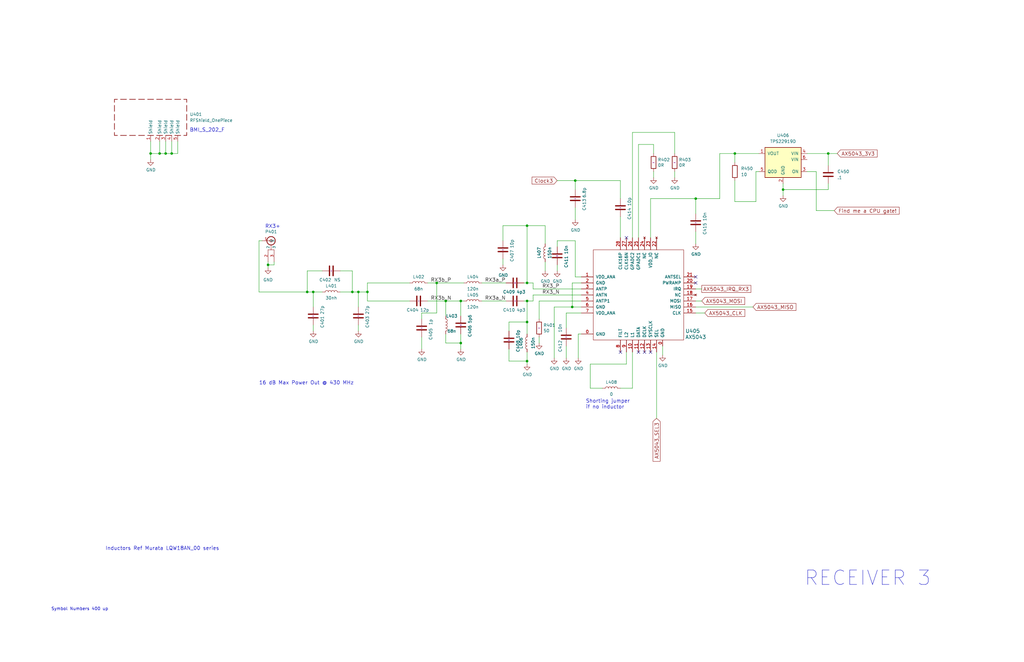
<source format=kicad_sch>
(kicad_sch (version 20230121) (generator eeschema)
  (paper "USLedger")
  (title_block (title "Radiation Tolerant PacSat Communication") (date "2023-06-17") (rev "A") (company "AMSAT-NA") (comment 1 "N5BRG"))
  (lib_symbols
    (symbol "Device:C" (pin_numbers hide) (pin_names (offset 0.254))
      (property "Reference" "C" (at 0.635 2.54 0))
      (property "Value" "C" (at 0.635 -2.54 0))
      (symbol "C_0_1"
        (polyline (pts (xy -2.032 -0.762) (xy 2.032 -0.762)) (stroke (width 0.508)))
        (polyline (pts (xy -2.032 0.762) (xy 2.032 0.762)) (stroke (width 0.508)))
      )
      (symbol "C_1_1"
        (pin passive line (at 0 3.81 270) (length 2.794) (name "~") (number "1"))
        (pin passive line (at 0 -3.81 90) (length 2.794) (name "~") (number "2"))
      )
    )
    (symbol "Device:L" (pin_numbers hide) (pin_names (offset 1.016) hide)
      (property "Reference" "L" (at -1.27 0 90))
      (property "Value" "L" (at 1.905 0 90))
      (symbol "L_0_1"
        (arc (start 0 -2.54) (mid 0.6323 -1.905) (end 0 -1.27))
        (arc (start 0 -1.27) (mid 0.6323 -0.635) (end 0 0))
        (arc (start 0 0) (mid 0.6323 0.635) (end 0 1.27))
        (arc (start 0 1.27) (mid 0.6323 1.905) (end 0 2.54))
      )
      (symbol "L_1_1"
        (pin passive line (at 0 3.81 270) (length 1.27) (name "1") (number "1"))
        (pin passive line (at 0 -3.81 90) (length 1.27) (name "2") (number "2"))
      )
    )
    (symbol "Device:R" (pin_numbers hide) (pin_names (offset 0))
      (property "Reference" "R" (at 2.032 0 90))
      (property "Value" "R" (at 0 0 90))
      (symbol "R_0_1"
        (rectangle (start -1.016 -2.54) (end 1.016 2.54) (stroke (width 0.254)))
      )
      (symbol "R_1_1"
        (pin passive line (at 0 3.81 270) (length 1.27) (name "~") (number "1"))
        (pin passive line (at 0 -3.81 90) (length 1.27) (name "~") (number "2"))
      )
    )
    (symbol "PACSAT_DEV_misc:AX5043" (pin_names (offset 1.016))
      (property "Reference" "U156" (at 16.51 -21.59 0))
      (property "Value" "AX5043" (at -5.08 0 0))
      (symbol "AX5043_0_1"
        (rectangle (start -19.05 19.05) (end 19.05 -19.05))
      )
      (symbol "AX5043_1_1"
        (pin passive line (at -24.13 -16.51 0) (length 5.08) (name "GND") (number "0"))
        (pin power_in line (at 10.16 -21.59 90) (length 2.54) (name "GND") (number "0"))
        (pin passive line (at -24.13 7.62 0) (length 5.08) (name "VDD_ANA") (number "1"))
        (pin passive line (at -2.54 -24.13 90) (length 5.08) (name "L1") (number "10"))
        (pin input line (at 0 -24.13 90) (length 5.08) (name "DATA") (number "11"))
        (pin input line (at 2.54 -24.13 90) (length 5.08) (name "DCLK") (number "12"))
        (pin output line (at 5.08 -24.13 90) (length 5.08) (name "SYSCLK") (number "13"))
        (pin input line (at 7.62 -24.13 90) (length 5.08) (name "SEL") (number "14"))
        (pin input line (at 24.13 -7.62 180) (length 5.08) (name "CLK") (number "15"))
        (pin tri_state line (at 24.13 -5.08 180) (length 5.08) (name "MISO") (number "16"))
        (pin input line (at 24.13 -2.54 180) (length 5.08) (name "MOSI") (number "17"))
        (pin no_connect line (at 24.13 0 180) (length 5.08) (name "NC") (number "18"))
        (pin output line (at 24.13 2.54 180) (length 5.08) (name "IRQ") (number "19"))
        (pin input line (at -24.13 5.08 0) (length 5.08) (name "GND") (number "2"))
        (pin output line (at 24.13 5.08 180) (length 5.08) (name "PWRAMP") (number "20"))
        (pin output line (at 24.13 7.62 180) (length 5.08) (name "ANTSEL") (number "21"))
        (pin no_connect line (at 7.62 24.13 270) (length 5.08) (name "NC") (number "22"))
        (pin passive line (at 5.08 24.13 270) (length 5.08) (name "VDD_IO") (number "23"))
        (pin no_connect line (at 2.54 24.13 270) (length 5.08) (name "NC") (number "24"))
        (pin input line (at 0 24.13 270) (length 5.08) (name "GPADC1") (number "25"))
        (pin input line (at -2.54 24.13 270) (length 5.08) (name "GPADC2") (number "26"))
        (pin passive line (at -5.08 24.13 270) (length 5.08) (name "CLK16N") (number "27"))
        (pin passive line (at -7.62 24.13 270) (length 5.08) (name "CLK16P") (number "28"))
        (pin bidirectional line (at -24.13 2.54 0) (length 5.08) (name "ANTP") (number "3"))
        (pin bidirectional line (at -24.13 0 0) (length 5.08) (name "ANTN") (number "4"))
        (pin output line (at -24.13 -2.54 0) (length 5.08) (name "ANTP1") (number "5"))
        (pin input line (at -24.13 -5.08 0) (length 5.08) (name "GND") (number "6"))
        (pin passive line (at -24.13 -7.62 0) (length 5.08) (name "VDD_ANA") (number "7"))
        (pin passive line (at -7.62 -24.13 90) (length 5.08) (name "FILT") (number "8"))
        (pin passive line (at -5.08 -24.13 90) (length 5.08) (name "L2") (number "9"))
      )
    )
    (symbol "PACSAT_DEV_misc:RF_SHIELD_BOX"
      (property "Reference" "U" (at -15.24 8.89 0))
      (symbol "RF_SHIELD_BOX_0_1"
        (polyline (pts (xy -16.51 -5.08) (xy -16.51 -2.54)) (stroke (width 0.254)))
        (polyline (pts (xy -16.51 -1.27) (xy -16.51 1.27)) (stroke (width 0.254)))
        (polyline (pts (xy -16.51 2.54) (xy -16.51 5.08)) (stroke (width 0.254)))
        (polyline (pts (xy -13.97 7.62) (xy -11.43 7.62)) (stroke (width 0.254)))
        (polyline (pts (xy -11.43 -7.62) (xy -13.97 -7.62)) (stroke (width 0.254)))
        (polyline (pts (xy -7.62 -7.62) (xy -10.16 -7.62)) (stroke (width 0.254)))
        (polyline (pts (xy -7.62 7.62) (xy -10.16 7.62)) (stroke (width 0.254)))
        (polyline (pts (xy -3.81 -7.62) (xy -6.35 -7.62)) (stroke (width 0.254)))
        (polyline (pts (xy -3.81 7.62) (xy -6.35 7.62)) (stroke (width 0.254)))
        (polyline (pts (xy -2.54 -7.62) (xy 0 -7.62)) (stroke (width 0.254)))
        (polyline (pts (xy 0 7.62) (xy -2.54 7.62)) (stroke (width 0.254)))
        (polyline (pts (xy 1.27 -7.62) (xy 3.81 -7.62)) (stroke (width 0.254)))
        (polyline (pts (xy 3.81 7.62) (xy 1.27 7.62)) (stroke (width 0.254)))
        (polyline (pts (xy 5.08 -7.62) (xy 7.62 -7.62)) (stroke (width 0.254)))
        (polyline (pts (xy 7.62 7.62) (xy 5.08 7.62)) (stroke (width 0.254)))
        (polyline (pts (xy 8.89 -7.62) (xy 11.43 -7.62)) (stroke (width 0.254)))
        (polyline (pts (xy 11.43 7.62) (xy 8.89 7.62)) (stroke (width 0.254)))
        (polyline (pts (xy 13.97 -5.08) (xy 13.97 -2.54)) (stroke (width 0.254)))
        (polyline (pts (xy 13.97 -1.27) (xy 13.97 1.27)) (stroke (width 0.254)))
        (polyline (pts (xy 13.97 2.54) (xy 13.97 5.08)) (stroke (width 0.254)))
        (polyline (pts (xy -16.51 6.35) (xy -16.51 7.62) (xy -15.24 7.62)) (stroke (width 0.254)))
        (polyline (pts (xy -15.24 -7.62) (xy -16.51 -7.62) (xy -16.51 -6.35)) (stroke (width 0.254)))
        (polyline (pts (xy 12.7 -7.62) (xy 13.97 -7.62) (xy 13.97 -6.35)) (stroke (width 0.254)))
        (polyline (pts (xy 13.97 6.35) (xy 13.97 7.62) (xy 12.7 7.62)) (stroke (width 0.254)))
      )
      (symbol "RF_SHIELD_BOX_1_1"
        (pin power_in line (at -1.27 -10.16 90) (length 2.54) (name "Shield") (number "1"))
        (pin power_in line (at 2.54 -10.16 90) (length 2.54) (name "Shield") (number "2"))
        (pin power_in line (at 5.08 -10.16 90) (length 2.54) (name "Shield") (number "3"))
        (pin power_in line (at 7.62 -10.16 90) (length 2.54) (name "Shield") (number "4"))
        (pin power_in line (at 10.16 -10.16 90) (length 2.54) (name "Shield") (number "5"))
      )
    )
    (symbol "PACSAT_DEV_misc:U_FL"
      (property "Reference" "U" (at -3.81 2.54 0))
      (symbol "U_FL_0_1"
        (polyline (pts (xy -1.27 -3.81) (xy 1.27 -3.81)))
        (polyline (pts (xy 0 -3.81) (xy 0 -1.778)))
        (circle (center 0 0) (radius 0.508) (stroke (width 0.2032)))
        (circle (center 0 0) (radius 1.778) (stroke (width 0.3048)))
      )
      (symbol "U_FL_1_1"
        (pin bidirectional line (at -3.81 0 0) (length 3.302) (name "In") (number "1"))
        (pin power_in line (at -1.27 -8.89 90) (length 5.08) (name "2") (number "2"))
        (pin power_in line (at 1.27 -8.89 90) (length 5.08) (name "3") (number "3"))
      )
    )
    (symbol "Power_Management:TPS22929D" (pin_names (offset 1.016))
      (property "Reference" "U96" (at 0 12.7 0))
      (property "Value" "TPS22919D" (at 0 10.16 0))
      (symbol "TPS22929D_0_1"
        (rectangle (start -7.62 7.62) (end 7.62 -5.08) (stroke (width 0.254)) (fill (type background)))
      )
      (symbol "TPS22929D_1_1"
        (pin power_out line (at 10.16 5.08 180) (length 2.54) (name "VOUT") (number "1"))
        (pin power_in line (at 0 -7.62 90) (length 2.54) (name "GND") (number "2"))
        (pin input line (at -10.16 -2.54 0) (length 2.54) (name "ON") (number "3"))
        (pin power_in line (at -10.16 5.08 0) (length 2.54) (name "VIN") (number "4"))
        (pin power_in line (at 10.16 -2.54 180) (length 2.54) (name "QOD") (number "5"))
        (pin power_in line (at -10.16 2.54 0) (length 2.54) (name "VIN") (number "6"))
      )
    )
    (symbol "power:GND" (power) (pin_names (offset 0))
      (property "Value" "GND" (at 0 -3.81 0))
      (symbol "GND_0_1"
        (polyline (pts (xy 0 0) (xy 0 -1.27) (xy 1.27 -1.27) (xy 0 -2.54) (xy -1.27 -1.27) (xy 0 -1.27)))
      )
      (symbol "GND_1_1"
        (pin power_in line (at 0 0 270) (length 0) hide (name "GND") (number "1"))
      )
    )
  )
  (junction (at 194.31 144.78))
  (junction (at 222.25 135.89))
  (junction (at 151.13 123.19))
  (junction (at 330.2 80.01))
  (junction (at 154.94 123.19))
  (junction (at 63.5 64.77))
  (junction (at 222.25 127))
  (junction (at 194.31 127))
  (junction (at 187.96 127))
  (junction (at 148.59 123.19))
  (junction (at 69.85 64.77))
  (junction (at 241.3 129.54))
  (junction (at 242.57 76.2))
  (junction (at 72.39 64.77))
  (junction (at 67.31 64.77))
  (junction (at 222.25 95.25))
  (junction (at 184.15 119.38))
  (junction (at 222.25 152.4))
  (junction (at 309.88 64.77))
  (junction (at 349.25 64.77))
  (junction (at 222.25 119.38))
  (junction (at 132.08 123.19))
  (junction (at 113.03 111.76))
  (junction (at 129.54 123.19))
  (junction (at 293.37 83.82))
  (no_connect (at 271.78 148.59))
  (no_connect (at 261.62 148.59))
  (no_connect (at 264.16 100.33))
  (no_connect (at 293.37 116.84))
  (no_connect (at 274.32 148.59))
  (no_connect (at 269.24 148.59))
  (no_connect (at 293.37 119.38))
  (wire (pts (xy 242.57 116.84) (xy 242.57 101.6)))
  (wire (pts (xy 349.25 64.77) (xy 349.25 69.85)))
  (wire (pts (xy 194.31 127) (xy 195.58 127)))
  (wire (pts (xy 154.94 119.38) (xy 172.72 119.38)))
  (wire (pts (xy 269.24 60.96) (xy 275.59 60.96)))
  (wire (pts (xy 148.59 123.19) (xy 151.13 123.19)))
  (wire (pts (xy 242.57 87.63) (xy 242.57 92.71)))
  (wire (pts (xy 227.33 127) (xy 227.33 134.62)))
  (wire (pts (xy 330.2 80.01) (xy 330.2 82.55)))
  (wire (pts (xy 293.37 83.82) (xy 303.53 83.82)))
  (wire (pts (xy 74.93 59.69) (xy 74.93 64.77)))
  (wire (pts (xy 222.25 127) (xy 222.25 135.89)))
  (wire (pts (xy 229.87 95.25) (xy 229.87 102.87)))
  (wire (pts (xy 187.96 127) (xy 187.96 133.35)))
  (wire (pts (xy 245.11 116.84) (xy 242.57 116.84)))
  (wire (pts (xy 320.04 64.77) (xy 309.88 64.77)))
  (wire (pts (xy 194.31 127) (xy 194.31 133.35)))
  (wire (pts (xy 344.17 72.39) (xy 344.17 88.9)))
  (wire (pts (xy 184.15 119.38) (xy 195.58 119.38)))
  (wire (pts (xy 284.48 55.88) (xy 284.48 64.77)))
  (wire (pts (xy 222.25 148.59) (xy 222.25 152.4)))
  (wire (pts (xy 309.88 64.77) (xy 303.53 64.77)))
  (wire (pts (xy 151.13 123.19) (xy 154.94 123.19)))
  (wire (pts (xy 224.79 119.38) (xy 224.79 121.92)))
  (wire (pts (xy 261.62 163.83) (xy 266.7 163.83)))
  (wire (pts (xy 63.5 59.69) (xy 63.5 64.77)))
  (wire (pts (xy 330.2 80.01) (xy 349.25 80.01)))
  (wire (pts (xy 261.62 91.44) (xy 261.62 100.33)))
  (wire (pts (xy 261.62 76.2) (xy 242.57 76.2)))
  (wire (pts (xy 220.98 119.38) (xy 222.25 119.38)))
  (wire (pts (xy 184.15 132.08) (xy 177.8 132.08)))
  (wire (pts (xy 303.53 64.77) (xy 303.53 83.82)))
  (wire (pts (xy 177.8 132.08) (xy 177.8 134.62)))
  (wire (pts (xy 110.49 101.6) (xy 109.22 101.6)))
  (wire (pts (xy 340.36 72.39) (xy 344.17 72.39)))
  (wire (pts (xy 233.68 151.13) (xy 233.68 129.54)))
  (wire (pts (xy 238.76 132.08) (xy 238.76 138.43)))
  (wire (pts (xy 203.2 127) (xy 213.36 127)))
  (wire (pts (xy 234.95 111.76) (xy 234.95 114.3)))
  (wire (pts (xy 264.16 153.67) (xy 248.92 153.67)))
  (wire (pts (xy 293.37 90.17) (xy 293.37 83.82)))
  (wire (pts (xy 261.62 76.2) (xy 261.62 83.82)))
  (wire (pts (xy 344.17 88.9) (xy 351.79 88.9)))
  (wire (pts (xy 67.31 64.77) (xy 63.5 64.77)))
  (wire (pts (xy 224.79 127) (xy 224.79 124.46)))
  (wire (pts (xy 234.95 101.6) (xy 234.95 104.14)))
  (wire (pts (xy 220.98 127) (xy 222.25 127)))
  (wire (pts (xy 135.89 114.3) (xy 129.54 114.3)))
  (wire (pts (xy 184.15 119.38) (xy 184.15 132.08)))
  (wire (pts (xy 269.24 60.96) (xy 269.24 100.33)))
  (wire (pts (xy 349.25 64.77) (xy 353.06 64.77)))
  (wire (pts (xy 154.94 127) (xy 172.72 127)))
  (wire (pts (xy 309.88 85.09) (xy 318.77 85.09)))
  (wire (pts (xy 129.54 114.3) (xy 129.54 123.19)))
  (wire (pts (xy 109.22 101.6) (xy 109.22 123.19)))
  (wire (pts (xy 132.08 137.16) (xy 132.08 139.7)))
  (wire (pts (xy 212.09 101.6) (xy 212.09 95.25)))
  (wire (pts (xy 266.7 148.59) (xy 266.7 163.83)))
  (wire (pts (xy 113.03 110.49) (xy 113.03 111.76)))
  (wire (pts (xy 67.31 59.69) (xy 67.31 64.77)))
  (wire (pts (xy 243.84 140.97) (xy 243.84 151.13)))
  (wire (pts (xy 148.59 114.3) (xy 148.59 123.19)))
  (wire (pts (xy 113.03 111.76) (xy 115.57 111.76)))
  (wire (pts (xy 212.09 95.25) (xy 222.25 95.25)))
  (wire (pts (xy 248.92 153.67) (xy 248.92 163.83)))
  (wire (pts (xy 279.4 146.05) (xy 279.4 149.86)))
  (wire (pts (xy 187.96 144.78) (xy 194.31 144.78)))
  (wire (pts (xy 242.57 101.6) (xy 234.95 101.6)))
  (wire (pts (xy 227.33 142.24) (xy 227.33 144.78)))
  (wire (pts (xy 177.8 142.24) (xy 177.8 147.32)))
  (wire (pts (xy 274.32 83.82) (xy 293.37 83.82)))
  (wire (pts (xy 69.85 64.77) (xy 72.39 64.77)))
  (wire (pts (xy 109.22 123.19) (xy 129.54 123.19)))
  (wire (pts (xy 113.03 111.76) (xy 113.03 113.03)))
  (wire (pts (xy 284.48 72.39) (xy 284.48 74.93)))
  (wire (pts (xy 115.57 110.49) (xy 115.57 111.76)))
  (wire (pts (xy 293.37 121.92) (xy 295.91 121.92)))
  (wire (pts (xy 132.08 123.19) (xy 135.89 123.19)))
  (wire (pts (xy 227.33 127) (xy 245.11 127)))
  (wire (pts (xy 214.63 135.89) (xy 222.25 135.89)))
  (wire (pts (xy 151.13 137.16) (xy 151.13 139.7)))
  (wire (pts (xy 293.37 127) (xy 295.91 127)))
  (wire (pts (xy 222.25 152.4) (xy 222.25 153.67)))
  (wire (pts (xy 245.11 119.38) (xy 241.3 119.38)))
  (wire (pts (xy 222.25 135.89) (xy 222.25 140.97)))
  (wire (pts (xy 276.86 148.59) (xy 276.86 176.53)))
  (wire (pts (xy 275.59 72.39) (xy 275.59 74.93)))
  (wire (pts (xy 238.76 146.05) (xy 238.76 151.13)))
  (wire (pts (xy 132.08 129.54) (xy 132.08 123.19)))
  (wire (pts (xy 242.57 76.2) (xy 242.57 80.01)))
  (wire (pts (xy 67.31 64.77) (xy 69.85 64.77)))
  (wire (pts (xy 293.37 97.79) (xy 293.37 102.87)))
  (wire (pts (xy 266.7 55.88) (xy 284.48 55.88)))
  (wire (pts (xy 72.39 59.69) (xy 72.39 64.77)))
  (wire (pts (xy 340.36 64.77) (xy 349.25 64.77)))
  (wire (pts (xy 143.51 123.19) (xy 148.59 123.19)))
  (wire (pts (xy 274.32 100.33) (xy 274.32 83.82)))
  (wire (pts (xy 214.63 147.32) (xy 214.63 152.4)))
  (wire (pts (xy 233.68 129.54) (xy 241.3 129.54)))
  (wire (pts (xy 194.31 140.97) (xy 194.31 144.78)))
  (wire (pts (xy 129.54 123.19) (xy 132.08 123.19)))
  (wire (pts (xy 151.13 129.54) (xy 151.13 123.19)))
  (wire (pts (xy 224.79 121.92) (xy 245.11 121.92)))
  (wire (pts (xy 214.63 139.7) (xy 214.63 135.89)))
  (wire (pts (xy 309.88 64.77) (xy 309.88 68.58)))
  (wire (pts (xy 187.96 140.97) (xy 187.96 144.78)))
  (wire (pts (xy 224.79 124.46) (xy 245.11 124.46)))
  (wire (pts (xy 234.95 76.2) (xy 242.57 76.2)))
  (wire (pts (xy 194.31 144.78) (xy 194.31 147.32)))
  (wire (pts (xy 203.2 119.38) (xy 213.36 119.38)))
  (wire (pts (xy 318.77 85.09) (xy 318.77 72.39)))
  (wire (pts (xy 241.3 129.54) (xy 245.11 129.54)))
  (wire (pts (xy 229.87 95.25) (xy 222.25 95.25)))
  (wire (pts (xy 248.92 163.83) (xy 254 163.83)))
  (wire (pts (xy 309.88 76.2) (xy 309.88 85.09)))
  (wire (pts (xy 330.2 77.47) (xy 330.2 80.01)))
  (wire (pts (xy 180.34 119.38) (xy 184.15 119.38)))
  (wire (pts (xy 229.87 110.49) (xy 229.87 114.3)))
  (wire (pts (xy 143.51 114.3) (xy 148.59 114.3)))
  (wire (pts (xy 318.77 72.39) (xy 320.04 72.39)))
  (wire (pts (xy 293.37 132.08) (xy 297.18 132.08)))
  (wire (pts (xy 214.63 152.4) (xy 222.25 152.4)))
  (wire (pts (xy 74.93 64.77) (xy 72.39 64.77)))
  (wire (pts (xy 293.37 129.54) (xy 317.5 129.54)))
  (wire (pts (xy 63.5 64.77) (xy 63.5 67.31)))
  (wire (pts (xy 222.25 127) (xy 224.79 127)))
  (wire (pts (xy 241.3 119.38) (xy 241.3 129.54)))
  (wire (pts (xy 212.09 109.22) (xy 212.09 111.76)))
  (wire (pts (xy 187.96 127) (xy 194.31 127)))
  (wire (pts (xy 245.11 132.08) (xy 238.76 132.08)))
  (wire (pts (xy 266.7 55.88) (xy 266.7 100.33)))
  (wire (pts (xy 222.25 95.25) (xy 222.25 119.38)))
  (wire (pts (xy 245.11 140.97) (xy 243.84 140.97)))
  (wire (pts (xy 154.94 123.19) (xy 154.94 127)))
  (wire (pts (xy 349.25 77.47) (xy 349.25 80.01)))
  (wire (pts (xy 154.94 119.38) (xy 154.94 123.19)))
  (wire (pts (xy 264.16 148.59) (xy 264.16 153.67)))
  (wire (pts (xy 180.34 127) (xy 187.96 127)))
  (wire (pts (xy 69.85 59.69) (xy 69.85 64.77)))
  (wire (pts (xy 275.59 60.96) (xy 275.59 64.77)))
  (wire (pts (xy 222.25 119.38) (xy 224.79 119.38)))
  (text "RECEIVER 3" (at 339.09 247.65 0) (effects (font (size 6.096 6.096)) (justify left bottom)))
  (text "BMI_S_202_F" (at 80.01 55.88 0) (effects (font (size 1.524 1.524)) (justify left bottom)))
  (text "16 dB Max Power Out @ 430 MHz" (at 109.22 162.56 0) (effects (font (size 1.524 1.524)) (justify left bottom)))
  (text "Symbol Numbers 400 up" (at 21.59 257.81 0) (effects (font (size 1.27 1.27)) (justify left bottom)))
  (text "Shorting jumper\nif no inductor" (at 247.015 172.72 0) (effects (font (size 1.524 1.524)) (justify left bottom)))
  (text "Inductors Ref Murata LQW18AN_00 series" (at 44.45 232.41 0) (effects (font (size 1.524 1.524)) (justify left bottom)))
  (text "RX3+" (at 111.76 96.52 0) (effects (font (size 1.524 1.524)) (justify left bottom)))
  (label "RX3a_P" (at 204.47 119.38 0) (effects (font (size 1.524 1.524))))
  (label "RX3a_N" (at 204.47 127 0) (effects (font (size 1.524 1.524))))
  (label "RX3_N" (at 228.6 124.46 0) (effects (font (size 1.524 1.524))))
  (label "RX3_P" (at 228.6 121.92 0) (effects (font (size 1.524 1.524))))
  (label "RX3b_P" (at 181.61 119.38 0) (effects (font (size 1.524 1.524))))
  (label "RX3b_N" (at 181.61 127 0) (effects (font (size 1.524 1.524))))
  (global_label "AX5043_SEL3" (shape input) (at 276.86 176.53 270) (effects (font (size 1.524 1.524))) (property "Intersheetrefs" "${INTERSHEET_REFS}" (effects hide)))
  (global_label "AX5043_IRQ_RX3" (shape passive) (at 295.91 121.92 0) (effects (font (size 1.524 1.524))) (property "Intersheetrefs" "${INTERSHEET_REFS}" (effects hide)))
  (global_label "Clock3" (shape input) (at 234.95 76.2 180) (effects (font (size 1.524 1.524))) (property "Intersheetrefs" "${INTERSHEET_REFS}" (effects hide)))
  (global_label "AX5043_CLK" (shape input) (at 297.18 132.08 0) (effects (font (size 1.524 1.524))) (property "Intersheetrefs" "${INTERSHEET_REFS}" (effects hide)))
  (global_label "AX5043_MISO" (shape input) (at 317.5 129.54 0) (effects (font (size 1.524 1.524))) (property "Intersheetrefs" "${INTERSHEET_REFS}" (effects hide)))
  (global_label "AX5043_MOSI" (shape input) (at 295.91 127 0) (effects (font (size 1.524 1.524))) (property "Intersheetrefs" "${INTERSHEET_REFS}" (effects hide)))
  (global_label "AX5043_3V3" (shape input) (at 353.06 64.77 0) (effects (font (size 1.524 1.524))) (property "Intersheetrefs" "${INTERSHEET_REFS}" (effects hide)))
  (global_label "Find me a CPU gate!" (shape input) (at 351.79 88.9 0) (effects (font (size 1.524 1.524))) (property "Intersheetrefs" "${INTERSHEET_REFS}" (effects hide)))
  (symbol (lib_id "Device:C") (at 177.8 138.43 0) (unit 1)
    (property "Reference" "C405" (at 181.61 140.97 90))
    (property "Value" "1p" (at 181.61 135.89 90))
    (property "Footprint" "Capacitor_SMD:C_0603_1608Metric_Pad1.08x0.95mm_HandSolder" (effects hide))
    (property "Datasheet" "~" (at 177.8 138.43 0))
  )
  (symbol (lib_id "power:GND") (at 330.2 82.55 0) (unit 1)
    (property "Reference" "#PWR0215" (effects hide))
    (property "Value" "GND" (at 330.327 86.9442 0))
  )
  (symbol (lib_id "Device:R") (at 275.59 68.58 0) (unit 1)
    (property "Reference" "R402" (at 277.368 67.4116 0) (effects (justify left)))
    (property "Value" "0R" (at 277.368 69.723 0) (effects (justify left)))
    (property "Footprint" "Resistor_SMD:R_0603_1608Metric_Pad0.98x0.95mm_HandSolder" (effects hide))
    (property "Datasheet" "~" (at 275.59 68.58 0))
  )
  (symbol (lib_id "power:GND") (at 222.25 153.67 0) (unit 1)
    (property "Reference" "#PWR0408" (effects hide))
    (property "Value" "GND" (at 222.377 158.0642 0))
  )
  (symbol (lib_id "Power_Management:TPS22929D") (at 330.2 69.85 0) (mirror y) (unit 1)
    (property "Reference" "U406" (at 330.2 57.15 0))
    (property "Value" "TPS22919D" (at 330.2 59.69 0))
    (property "Footprint" "Package_TO_SOT_SMD:SOT-23-6" (effects hide))
    (property "Datasheet" "http://www.ti.com/lit/ds/symlink/tps22929d.pdf" (effects hide))
  )
  (symbol (lib_id "Device:C") (at 151.13 133.35 0) (unit 1)
    (property "Reference" "C403" (at 154.94 135.89 90))
    (property "Value" "27p" (at 154.94 130.81 90))
    (property "Footprint" "Capacitor_SMD:C_0603_1608Metric_Pad1.08x0.95mm_HandSolder" (effects hide))
    (property "Datasheet" "~" (at 151.13 133.35 0))
  )
  (symbol (lib_id "power:GND") (at 63.5 67.31 0) (unit 1)
    (property "Reference" "#PWR0619" (effects hide))
    (property "Value" "GND" (at 63.627 71.7042 0))
  )
  (symbol (lib_id "power:GND") (at 233.68 151.13 0) (unit 1)
    (property "Reference" "#PWR0411" (effects hide))
    (property "Value" "GND" (at 233.807 155.5242 0))
  )
  (symbol (lib_id "power:GND") (at 284.48 74.93 0) (unit 1)
    (property "Reference" "#PWR0418" (effects hide))
    (property "Value" "GND" (at 284.607 79.3242 0))
  )
  (symbol (lib_id "power:GND") (at 113.03 113.03 0) (unit 1)
    (property "Reference" "#PWR0402" (effects hide))
    (property "Value" "GND" (at 113.03 118.11 0))
  )
  (symbol (lib_id "Device:L") (at 199.39 127 90) (unit 1)
    (property "Reference" "L405" (at 199.39 124.46 90))
    (property "Value" "120n" (at 199.39 129.54 90))
    (property "Footprint" "PacSatDev_misc:L_Murata_LQH2MCNxxxx02_2.0x1.6mm" (effects hide))
  )
  (symbol (lib_id "Device:L") (at 199.39 119.38 90) (unit 1)
    (property "Reference" "L404" (at 199.39 116.84 90))
    (property "Value" "120n" (at 199.39 121.92 90))
    (property "Footprint" "PacSatDev_misc:L_Murata_LQH2MCNxxxx02_2.0x1.6mm" (effects hide))
  )
  (symbol (lib_id "power:GND") (at 243.84 151.13 0) (unit 1)
    (property "Reference" "#PWR0415" (effects hide))
    (property "Value" "GND" (at 243.967 155.5242 0))
  )
  (symbol (lib_id "power:GND") (at 242.57 92.71 0) (unit 1)
    (property "Reference" "#PWR0414" (effects hide))
    (property "Value" "GND" (at 242.697 97.1042 0))
  )
  (symbol (lib_id "power:GND") (at 293.37 102.87 0) (unit 1)
    (property "Reference" "#PWR0419" (effects hide))
    (property "Value" "GND" (at 293.497 107.2642 0))
  )
  (symbol (lib_id "Device:L") (at 176.53 119.38 90) (unit 1)
    (property "Reference" "L402" (at 176.53 116.84 90))
    (property "Value" "68n" (at 176.53 121.92 90))
    (property "Footprint" "PacSatDev_misc:L_Murata_LQH2MCNxxxx02_2.0x1.6mm" (effects hide))
  )
  (symbol (lib_id "Device:L") (at 222.25 144.78 180) (unit 1)
    (property "Reference" "L406" (at 219.71 144.78 90))
    (property "Value" "150n" (at 224.79 144.78 90))
    (property "Footprint" "PacSatDev_misc:L_Murata_LQH2MCNxxxx02_2.0x1.6mm" (effects hide))
  )
  (symbol (lib_id "Device:C") (at 238.76 142.24 0) (unit 1)
    (property "Reference" "C412" (at 236.22 146.05 90))
    (property "Value" "10n" (at 236.22 138.43 90))
    (property "Footprint" "Capacitor_SMD:C_0603_1608Metric_Pad1.08x0.95mm_HandSolder" (effects hide))
    (property "Datasheet" "~" (at 238.76 142.24 0))
  )
  (symbol (lib_id "power:GND") (at 229.87 114.3 0) (unit 1)
    (property "Reference" "#PWR0410" (effects hide))
    (property "Value" "GND" (at 229.997 118.6942 0))
  )
  (symbol (lib_id "PACSAT_DEV_misc:U_FL") (at 114.3 101.6 0) (unit 1)
    (property "Reference" "P401" (at 111.76 97.79 0) (effects (justify left)))
    (property "Value" "~" (at 114.3 101.6 0))
    (property "Footprint" "PacSatDev_misc:U_FL" (effects hide))
  )
  (symbol (lib_id "Device:R") (at 284.48 68.58 0) (unit 1)
    (property "Reference" "R403" (at 286.258 67.4116 0) (effects (justify left)))
    (property "Value" "0R" (at 286.258 69.723 0) (effects (justify left)))
    (property "Footprint" "Resistor_SMD:R_0603_1608Metric_Pad0.98x0.95mm_HandSolder" (effects hide))
    (property "Datasheet" "~" (at 284.48 68.58 0))
  )
  (symbol (lib_id "Device:R") (at 309.88 72.39 0) (unit 1)
    (property "Reference" "R450" (at 312.42 71.12 0) (effects (justify left)))
    (property "Value" "10" (at 312.42 73.66 0) (effects (justify left)))
  )
  (symbol (lib_id "power:GND") (at 132.08 139.7 0) (unit 1)
    (property "Reference" "#PWR0403" (effects hide))
    (property "Value" "GND" (at 132.207 144.0942 0))
  )
  (symbol (lib_id "Device:C") (at 217.17 119.38 270) (unit 1)
    (property "Reference" "C409" (at 214.63 123.19 90))
    (property "Value" "4p3" (at 219.71 123.19 90))
    (property "Footprint" "Capacitor_SMD:C_0603_1608Metric_Pad1.08x0.95mm_HandSolder" (effects hide))
    (property "Datasheet" "~" (at 217.17 119.38 0))
  )
  (symbol (lib_id "Device:C") (at 217.17 127 270) (unit 1)
    (property "Reference" "C410" (at 214.63 130.81 90))
    (property "Value" "4p3" (at 219.71 130.81 90))
    (property "Footprint" "Capacitor_SMD:C_0603_1608Metric_Pad1.08x0.95mm_HandSolder" (effects hide))
    (property "Datasheet" "~" (at 217.17 127 0))
  )
  (symbol (lib_id "power:GND") (at 275.59 74.93 0) (unit 1)
    (property "Reference" "#PWR0416" (effects hide))
    (property "Value" "GND" (at 275.717 79.3242 0))
  )
  (symbol (lib_id "power:GND") (at 212.09 111.76 0) (unit 1)
    (property "Reference" "#PWR0407" (effects hide))
    (property "Value" "GND" (at 212.217 116.1542 0))
  )
  (symbol (lib_id "Device:L") (at 257.81 163.83 90) (unit 1)
    (property "Reference" "L408" (at 257.81 161.29 90))
    (property "Value" "0" (at 257.81 166.37 90))
    (property "Footprint" "PacSatDev_misc:L_Murata_LQH2MCNxxxx02_2.0x1.6mm" (effects hide))
  )
  (symbol (lib_id "Device:C") (at 139.7 114.3 270) (unit 1)
    (property "Reference" "C402" (at 137.16 118.11 90))
    (property "Value" "NS" (at 142.24 118.11 90))
    (property "Footprint" "Capacitor_SMD:C_0603_1608Metric_Pad1.08x0.95mm_HandSolder" (effects hide))
    (property "Datasheet" "~" (at 139.7 114.3 0))
  )
  (symbol (lib_id "Device:C") (at 176.53 127 270) (unit 1)
    (property "Reference" "C404" (at 173.99 130.81 90))
    (property "Value" "12p" (at 179.07 130.81 90))
    (property "Footprint" "Capacitor_SMD:C_0603_1608Metric_Pad1.08x0.95mm_HandSolder" (effects hide))
    (property "Datasheet" "~" (at 176.53 127 0))
  )
  (symbol (lib_id "PACSAT_DEV_misc:RF_SHIELD_BOX") (at 64.77 49.53 0) (unit 1)
    (property "Reference" "U401" (at 80.01 48.26 0) (effects (justify left)))
    (property "Value" "RFShield_OnePiece" (at 80.01 50.8 0) (effects (justify left)))
    (property "Footprint" "PacSatDev_misc:RF_SHIELD_BMI_S_202_F_U401" (effects hide))
  )
  (symbol (lib_id "Device:L") (at 187.96 137.16 0) (unit 1)
    (property "Reference" "L403" (at 190.5 133.35 0))
    (property "Value" "68n" (at 190.5 139.7 0))
    (property "Footprint" "PacSatDev_misc:L_Murata_LQH2MCNxxxx02_2.0x1.6mm" (effects hide))
  )
  (symbol (lib_id "Device:C") (at 349.25 73.66 0) (unit 1)
    (property "Reference" "C450" (at 353.06 72.39 0) (effects (justify left)))
    (property "Value" ".1" (at 353.06 74.93 0) (effects (justify left)))
  )
  (symbol (lib_id "Device:L") (at 139.7 123.19 90) (unit 1)
    (property "Reference" "L401" (at 139.7 120.65 90))
    (property "Value" "30nh" (at 139.7 125.73 90))
    (property "Footprint" "Inductor_SMD:L_0603_1608Metric_Pad1.05x0.95mm_HandSolder" (effects hide))
  )
  (symbol (lib_id "Device:C") (at 261.62 87.63 0) (unit 1)
    (property "Reference" "C414" (at 265.43 90.17 90))
    (property "Value" "10p" (at 265.43 85.09 90))
    (property "Footprint" "Capacitor_SMD:C_0603_1608Metric_Pad1.08x0.95mm_HandSolder" (effects hide))
    (property "Datasheet" "~" (at 261.62 87.63 0))
  )
  (symbol (lib_id "power:GND") (at 279.4 149.86 0) (unit 1)
    (property "Reference" "#PWR0417" (effects hide))
    (property "Value" "GND" (at 279.527 154.2542 0))
  )
  (symbol (lib_id "Device:C") (at 214.63 143.51 0) (unit 1)
    (property "Reference" "C408" (at 218.44 146.05 90))
    (property "Value" "10p" (at 218.44 140.97 90))
    (property "Footprint" "Capacitor_SMD:C_0603_1608Metric_Pad1.08x0.95mm_HandSolder" (effects hide))
    (property "Datasheet" "~" (at 214.63 143.51 0))
  )
  (symbol (lib_id "power:GND") (at 151.13 139.7 0) (unit 1)
    (property "Reference" "#PWR0404" (effects hide))
    (property "Value" "GND" (at 151.257 144.0942 0))
  )
  (symbol (lib_id "Device:C") (at 132.08 133.35 0) (unit 1)
    (property "Reference" "C401" (at 135.89 135.89 90))
    (property "Value" "27p" (at 135.89 130.81 90))
    (property "Footprint" "Capacitor_SMD:C_0603_1608Metric_Pad1.08x0.95mm_HandSolder" (effects hide))
    (property "Datasheet" "~" (at 132.08 133.35 0))
  )
  (symbol (lib_id "Device:C") (at 234.95 107.95 0) (unit 1)
    (property "Reference" "C411" (at 238.76 110.49 90))
    (property "Value" "10n" (at 238.76 105.41 90))
    (property "Footprint" "Capacitor_SMD:C_0603_1608Metric_Pad1.08x0.95mm_HandSolder" (effects hide))
    (property "Datasheet" "~" (at 234.95 107.95 0))
  )
  (symbol (lib_id "Device:C") (at 212.09 105.41 0) (unit 1)
    (property "Reference" "C407" (at 215.9 107.95 90))
    (property "Value" "10p" (at 215.9 102.87 90))
    (property "Footprint" "Capacitor_SMD:C_0603_1608Metric_Pad1.08x0.95mm_HandSolder" (effects hide))
    (property "Datasheet" "~" (at 212.09 105.41 0))
  )
  (symbol (lib_id "power:GND") (at 194.31 147.32 0) (unit 1)
    (property "Reference" "#PWR0406" (effects hide))
    (property "Value" "GND" (at 194.437 151.7142 0))
  )
  (symbol (lib_id "power:GND") (at 177.8 147.32 0) (unit 1)
    (property "Reference" "#PWR0405" (effects hide))
    (property "Value" "GND" (at 177.927 151.7142 0))
  )
  (symbol (lib_id "Device:C") (at 194.31 137.16 0) (unit 1)
    (property "Reference" "C406" (at 198.12 139.7 90))
    (property "Value" "5p6" (at 198.12 134.62 90))
    (property "Footprint" "Capacitor_SMD:C_0603_1608Metric_Pad1.08x0.95mm_HandSolder" (effects hide))
    (property "Datasheet" "~" (at 194.31 137.16 0))
  )
  (symbol (lib_id "power:GND") (at 234.95 114.3 0) (unit 1)
    (property "Reference" "#PWR0412" (effects hide))
    (property "Value" "GND" (at 235.077 118.6942 0))
  )
  (symbol (lib_id "Device:R") (at 227.33 138.43 0) (unit 1)
    (property "Reference" "R401" (at 229.108 137.2616 0) (effects (justify left)))
    (property "Value" "50" (at 229.108 139.573 0) (effects (justify left)))
    (property "Footprint" "Resistor_SMD:R_0603_1608Metric_Pad0.98x0.95mm_HandSolder" (effects hide))
    (property "Datasheet" "~" (at 227.33 138.43 0))
  )
  (symbol (lib_id "power:GND") (at 238.76 151.13 0) (unit 1)
    (property "Reference" "#PWR0413" (effects hide))
    (property "Value" "GND" (at 238.887 155.5242 0))
  )
  (symbol (lib_id "power:GND") (at 227.33 144.78 0) (unit 1)
    (property "Reference" "#PWR0409" (effects hide))
    (property "Value" "GND" (at 227.457 149.1742 0))
  )
  (symbol (lib_id "Device:C") (at 293.37 93.98 0) (unit 1)
    (property "Reference" "C415" (at 297.18 96.52 90))
    (property "Value" "10n" (at 297.18 91.44 90))
    (property "Footprint" "Capacitor_SMD:C_0603_1608Metric_Pad1.08x0.95mm_HandSolder" (effects hide))
    (property "Datasheet" "~" (at 293.37 93.98 0))
  )
  (symbol (lib_id "Device:C") (at 242.57 83.82 0) (unit 1)
    (property "Reference" "C413" (at 246.38 86.36 90))
    (property "Value" "6.8p" (at 246.38 81.28 90))
    (property "Footprint" "Capacitor_SMD:C_0603_1608Metric_Pad1.08x0.95mm_HandSolder" (effects hide))
    (property "Datasheet" "~" (at 242.57 83.82 0))
  )
  (symbol (lib_id "Device:L") (at 229.87 106.68 180) (unit 1)
    (property "Reference" "L407" (at 227.33 106.68 90))
    (property "Value" "150n" (at 231.775 106.68 90))
    (property "Footprint" "PacSatDev_misc:L_Murata_LQH2MCNxxxx02_2.0x1.6mm" (effects hide))
  )
  (symbol (lib_id "PACSAT_DEV_misc:AX5043") (at 269.24 124.46 0) (unit 1)
    (property "Reference" "U405" (at 292.1 139.7 0) (effects (font (size 1.524 1.524))))
    (property "Value" "AX5043" (at 293.37 142.24 0) (effects (font (size 1.524 1.524))))
    (property "Footprint" "PacSatDev_onsemi:QFN28" (effects hide))
  )
)
</source>
